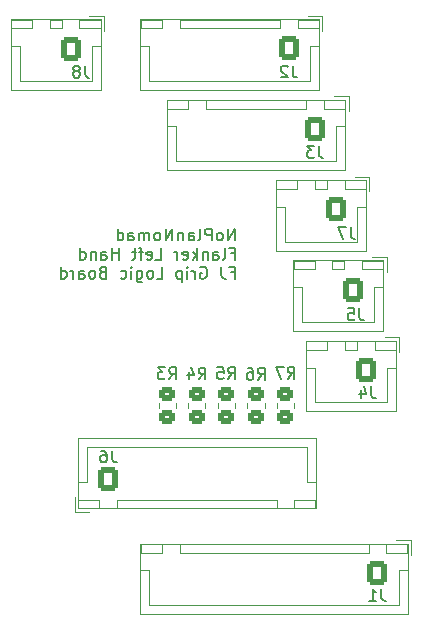
<source format=gbo>
%TF.GenerationSoftware,KiCad,Pcbnew,7.0.6*%
%TF.CreationDate,2023-07-13T14:44:05+02:00*%
%TF.ProjectId,LH_GripLogicBoard_FreeJoy,4c485f47-7269-4704-9c6f-676963426f61,rev?*%
%TF.SameCoordinates,Original*%
%TF.FileFunction,Legend,Bot*%
%TF.FilePolarity,Positive*%
%FSLAX46Y46*%
G04 Gerber Fmt 4.6, Leading zero omitted, Abs format (unit mm)*
G04 Created by KiCad (PCBNEW 7.0.6) date 2023-07-13 14:44:05*
%MOMM*%
%LPD*%
G01*
G04 APERTURE LIST*
G04 Aperture macros list*
%AMRoundRect*
0 Rectangle with rounded corners*
0 $1 Rounding radius*
0 $2 $3 $4 $5 $6 $7 $8 $9 X,Y pos of 4 corners*
0 Add a 4 corners polygon primitive as box body*
4,1,4,$2,$3,$4,$5,$6,$7,$8,$9,$2,$3,0*
0 Add four circle primitives for the rounded corners*
1,1,$1+$1,$2,$3*
1,1,$1+$1,$4,$5*
1,1,$1+$1,$6,$7*
1,1,$1+$1,$8,$9*
0 Add four rect primitives between the rounded corners*
20,1,$1+$1,$2,$3,$4,$5,0*
20,1,$1+$1,$4,$5,$6,$7,0*
20,1,$1+$1,$6,$7,$8,$9,0*
20,1,$1+$1,$8,$9,$2,$3,0*%
G04 Aperture macros list end*
%ADD10C,0.150000*%
%ADD11C,0.120000*%
%ADD12C,2.200000*%
%ADD13RoundRect,0.250000X-0.600000X-0.725000X0.600000X-0.725000X0.600000X0.725000X-0.600000X0.725000X0*%
%ADD14O,1.700000X1.950000*%
%ADD15RoundRect,0.250000X0.450000X-0.350000X0.450000X0.350000X-0.450000X0.350000X-0.450000X-0.350000X0*%
%ADD16RoundRect,0.250000X0.600000X0.725000X-0.600000X0.725000X-0.600000X-0.725000X0.600000X-0.725000X0*%
%ADD17RoundRect,0.250000X0.600000X0.750000X-0.600000X0.750000X-0.600000X-0.750000X0.600000X-0.750000X0*%
%ADD18O,1.700000X2.000000*%
G04 APERTURE END LIST*
D10*
X44603220Y-35289819D02*
X44603220Y-34289819D01*
X44603220Y-34289819D02*
X44031792Y-35289819D01*
X44031792Y-35289819D02*
X44031792Y-34289819D01*
X43412744Y-35289819D02*
X43507982Y-35242200D01*
X43507982Y-35242200D02*
X43555601Y-35194580D01*
X43555601Y-35194580D02*
X43603220Y-35099342D01*
X43603220Y-35099342D02*
X43603220Y-34813628D01*
X43603220Y-34813628D02*
X43555601Y-34718390D01*
X43555601Y-34718390D02*
X43507982Y-34670771D01*
X43507982Y-34670771D02*
X43412744Y-34623152D01*
X43412744Y-34623152D02*
X43269887Y-34623152D01*
X43269887Y-34623152D02*
X43174649Y-34670771D01*
X43174649Y-34670771D02*
X43127030Y-34718390D01*
X43127030Y-34718390D02*
X43079411Y-34813628D01*
X43079411Y-34813628D02*
X43079411Y-35099342D01*
X43079411Y-35099342D02*
X43127030Y-35194580D01*
X43127030Y-35194580D02*
X43174649Y-35242200D01*
X43174649Y-35242200D02*
X43269887Y-35289819D01*
X43269887Y-35289819D02*
X43412744Y-35289819D01*
X42650839Y-35289819D02*
X42650839Y-34289819D01*
X42650839Y-34289819D02*
X42269887Y-34289819D01*
X42269887Y-34289819D02*
X42174649Y-34337438D01*
X42174649Y-34337438D02*
X42127030Y-34385057D01*
X42127030Y-34385057D02*
X42079411Y-34480295D01*
X42079411Y-34480295D02*
X42079411Y-34623152D01*
X42079411Y-34623152D02*
X42127030Y-34718390D01*
X42127030Y-34718390D02*
X42174649Y-34766009D01*
X42174649Y-34766009D02*
X42269887Y-34813628D01*
X42269887Y-34813628D02*
X42650839Y-34813628D01*
X41507982Y-35289819D02*
X41603220Y-35242200D01*
X41603220Y-35242200D02*
X41650839Y-35146961D01*
X41650839Y-35146961D02*
X41650839Y-34289819D01*
X40698458Y-35289819D02*
X40698458Y-34766009D01*
X40698458Y-34766009D02*
X40746077Y-34670771D01*
X40746077Y-34670771D02*
X40841315Y-34623152D01*
X40841315Y-34623152D02*
X41031791Y-34623152D01*
X41031791Y-34623152D02*
X41127029Y-34670771D01*
X40698458Y-35242200D02*
X40793696Y-35289819D01*
X40793696Y-35289819D02*
X41031791Y-35289819D01*
X41031791Y-35289819D02*
X41127029Y-35242200D01*
X41127029Y-35242200D02*
X41174648Y-35146961D01*
X41174648Y-35146961D02*
X41174648Y-35051723D01*
X41174648Y-35051723D02*
X41127029Y-34956485D01*
X41127029Y-34956485D02*
X41031791Y-34908866D01*
X41031791Y-34908866D02*
X40793696Y-34908866D01*
X40793696Y-34908866D02*
X40698458Y-34861247D01*
X40222267Y-34623152D02*
X40222267Y-35289819D01*
X40222267Y-34718390D02*
X40174648Y-34670771D01*
X40174648Y-34670771D02*
X40079410Y-34623152D01*
X40079410Y-34623152D02*
X39936553Y-34623152D01*
X39936553Y-34623152D02*
X39841315Y-34670771D01*
X39841315Y-34670771D02*
X39793696Y-34766009D01*
X39793696Y-34766009D02*
X39793696Y-35289819D01*
X39317505Y-35289819D02*
X39317505Y-34289819D01*
X39317505Y-34289819D02*
X38746077Y-35289819D01*
X38746077Y-35289819D02*
X38746077Y-34289819D01*
X38127029Y-35289819D02*
X38222267Y-35242200D01*
X38222267Y-35242200D02*
X38269886Y-35194580D01*
X38269886Y-35194580D02*
X38317505Y-35099342D01*
X38317505Y-35099342D02*
X38317505Y-34813628D01*
X38317505Y-34813628D02*
X38269886Y-34718390D01*
X38269886Y-34718390D02*
X38222267Y-34670771D01*
X38222267Y-34670771D02*
X38127029Y-34623152D01*
X38127029Y-34623152D02*
X37984172Y-34623152D01*
X37984172Y-34623152D02*
X37888934Y-34670771D01*
X37888934Y-34670771D02*
X37841315Y-34718390D01*
X37841315Y-34718390D02*
X37793696Y-34813628D01*
X37793696Y-34813628D02*
X37793696Y-35099342D01*
X37793696Y-35099342D02*
X37841315Y-35194580D01*
X37841315Y-35194580D02*
X37888934Y-35242200D01*
X37888934Y-35242200D02*
X37984172Y-35289819D01*
X37984172Y-35289819D02*
X38127029Y-35289819D01*
X37365124Y-35289819D02*
X37365124Y-34623152D01*
X37365124Y-34718390D02*
X37317505Y-34670771D01*
X37317505Y-34670771D02*
X37222267Y-34623152D01*
X37222267Y-34623152D02*
X37079410Y-34623152D01*
X37079410Y-34623152D02*
X36984172Y-34670771D01*
X36984172Y-34670771D02*
X36936553Y-34766009D01*
X36936553Y-34766009D02*
X36936553Y-35289819D01*
X36936553Y-34766009D02*
X36888934Y-34670771D01*
X36888934Y-34670771D02*
X36793696Y-34623152D01*
X36793696Y-34623152D02*
X36650839Y-34623152D01*
X36650839Y-34623152D02*
X36555600Y-34670771D01*
X36555600Y-34670771D02*
X36507981Y-34766009D01*
X36507981Y-34766009D02*
X36507981Y-35289819D01*
X35603220Y-35289819D02*
X35603220Y-34766009D01*
X35603220Y-34766009D02*
X35650839Y-34670771D01*
X35650839Y-34670771D02*
X35746077Y-34623152D01*
X35746077Y-34623152D02*
X35936553Y-34623152D01*
X35936553Y-34623152D02*
X36031791Y-34670771D01*
X35603220Y-35242200D02*
X35698458Y-35289819D01*
X35698458Y-35289819D02*
X35936553Y-35289819D01*
X35936553Y-35289819D02*
X36031791Y-35242200D01*
X36031791Y-35242200D02*
X36079410Y-35146961D01*
X36079410Y-35146961D02*
X36079410Y-35051723D01*
X36079410Y-35051723D02*
X36031791Y-34956485D01*
X36031791Y-34956485D02*
X35936553Y-34908866D01*
X35936553Y-34908866D02*
X35698458Y-34908866D01*
X35698458Y-34908866D02*
X35603220Y-34861247D01*
X34698458Y-35289819D02*
X34698458Y-34289819D01*
X34698458Y-35242200D02*
X34793696Y-35289819D01*
X34793696Y-35289819D02*
X34984172Y-35289819D01*
X34984172Y-35289819D02*
X35079410Y-35242200D01*
X35079410Y-35242200D02*
X35127029Y-35194580D01*
X35127029Y-35194580D02*
X35174648Y-35099342D01*
X35174648Y-35099342D02*
X35174648Y-34813628D01*
X35174648Y-34813628D02*
X35127029Y-34718390D01*
X35127029Y-34718390D02*
X35079410Y-34670771D01*
X35079410Y-34670771D02*
X34984172Y-34623152D01*
X34984172Y-34623152D02*
X34793696Y-34623152D01*
X34793696Y-34623152D02*
X34698458Y-34670771D01*
X44269887Y-36376009D02*
X44603220Y-36376009D01*
X44603220Y-36899819D02*
X44603220Y-35899819D01*
X44603220Y-35899819D02*
X44127030Y-35899819D01*
X43603220Y-36899819D02*
X43698458Y-36852200D01*
X43698458Y-36852200D02*
X43746077Y-36756961D01*
X43746077Y-36756961D02*
X43746077Y-35899819D01*
X42793696Y-36899819D02*
X42793696Y-36376009D01*
X42793696Y-36376009D02*
X42841315Y-36280771D01*
X42841315Y-36280771D02*
X42936553Y-36233152D01*
X42936553Y-36233152D02*
X43127029Y-36233152D01*
X43127029Y-36233152D02*
X43222267Y-36280771D01*
X42793696Y-36852200D02*
X42888934Y-36899819D01*
X42888934Y-36899819D02*
X43127029Y-36899819D01*
X43127029Y-36899819D02*
X43222267Y-36852200D01*
X43222267Y-36852200D02*
X43269886Y-36756961D01*
X43269886Y-36756961D02*
X43269886Y-36661723D01*
X43269886Y-36661723D02*
X43222267Y-36566485D01*
X43222267Y-36566485D02*
X43127029Y-36518866D01*
X43127029Y-36518866D02*
X42888934Y-36518866D01*
X42888934Y-36518866D02*
X42793696Y-36471247D01*
X42317505Y-36233152D02*
X42317505Y-36899819D01*
X42317505Y-36328390D02*
X42269886Y-36280771D01*
X42269886Y-36280771D02*
X42174648Y-36233152D01*
X42174648Y-36233152D02*
X42031791Y-36233152D01*
X42031791Y-36233152D02*
X41936553Y-36280771D01*
X41936553Y-36280771D02*
X41888934Y-36376009D01*
X41888934Y-36376009D02*
X41888934Y-36899819D01*
X41412743Y-36899819D02*
X41412743Y-35899819D01*
X41317505Y-36518866D02*
X41031791Y-36899819D01*
X41031791Y-36233152D02*
X41412743Y-36614104D01*
X40222267Y-36852200D02*
X40317505Y-36899819D01*
X40317505Y-36899819D02*
X40507981Y-36899819D01*
X40507981Y-36899819D02*
X40603219Y-36852200D01*
X40603219Y-36852200D02*
X40650838Y-36756961D01*
X40650838Y-36756961D02*
X40650838Y-36376009D01*
X40650838Y-36376009D02*
X40603219Y-36280771D01*
X40603219Y-36280771D02*
X40507981Y-36233152D01*
X40507981Y-36233152D02*
X40317505Y-36233152D01*
X40317505Y-36233152D02*
X40222267Y-36280771D01*
X40222267Y-36280771D02*
X40174648Y-36376009D01*
X40174648Y-36376009D02*
X40174648Y-36471247D01*
X40174648Y-36471247D02*
X40650838Y-36566485D01*
X39746076Y-36899819D02*
X39746076Y-36233152D01*
X39746076Y-36423628D02*
X39698457Y-36328390D01*
X39698457Y-36328390D02*
X39650838Y-36280771D01*
X39650838Y-36280771D02*
X39555600Y-36233152D01*
X39555600Y-36233152D02*
X39460362Y-36233152D01*
X37888933Y-36899819D02*
X38365123Y-36899819D01*
X38365123Y-36899819D02*
X38365123Y-35899819D01*
X37174647Y-36852200D02*
X37269885Y-36899819D01*
X37269885Y-36899819D02*
X37460361Y-36899819D01*
X37460361Y-36899819D02*
X37555599Y-36852200D01*
X37555599Y-36852200D02*
X37603218Y-36756961D01*
X37603218Y-36756961D02*
X37603218Y-36376009D01*
X37603218Y-36376009D02*
X37555599Y-36280771D01*
X37555599Y-36280771D02*
X37460361Y-36233152D01*
X37460361Y-36233152D02*
X37269885Y-36233152D01*
X37269885Y-36233152D02*
X37174647Y-36280771D01*
X37174647Y-36280771D02*
X37127028Y-36376009D01*
X37127028Y-36376009D02*
X37127028Y-36471247D01*
X37127028Y-36471247D02*
X37603218Y-36566485D01*
X36841313Y-36233152D02*
X36460361Y-36233152D01*
X36698456Y-36899819D02*
X36698456Y-36042676D01*
X36698456Y-36042676D02*
X36650837Y-35947438D01*
X36650837Y-35947438D02*
X36555599Y-35899819D01*
X36555599Y-35899819D02*
X36460361Y-35899819D01*
X36269884Y-36233152D02*
X35888932Y-36233152D01*
X36127027Y-35899819D02*
X36127027Y-36756961D01*
X36127027Y-36756961D02*
X36079408Y-36852200D01*
X36079408Y-36852200D02*
X35984170Y-36899819D01*
X35984170Y-36899819D02*
X35888932Y-36899819D01*
X34793693Y-36899819D02*
X34793693Y-35899819D01*
X34793693Y-36376009D02*
X34222265Y-36376009D01*
X34222265Y-36899819D02*
X34222265Y-35899819D01*
X33317503Y-36899819D02*
X33317503Y-36376009D01*
X33317503Y-36376009D02*
X33365122Y-36280771D01*
X33365122Y-36280771D02*
X33460360Y-36233152D01*
X33460360Y-36233152D02*
X33650836Y-36233152D01*
X33650836Y-36233152D02*
X33746074Y-36280771D01*
X33317503Y-36852200D02*
X33412741Y-36899819D01*
X33412741Y-36899819D02*
X33650836Y-36899819D01*
X33650836Y-36899819D02*
X33746074Y-36852200D01*
X33746074Y-36852200D02*
X33793693Y-36756961D01*
X33793693Y-36756961D02*
X33793693Y-36661723D01*
X33793693Y-36661723D02*
X33746074Y-36566485D01*
X33746074Y-36566485D02*
X33650836Y-36518866D01*
X33650836Y-36518866D02*
X33412741Y-36518866D01*
X33412741Y-36518866D02*
X33317503Y-36471247D01*
X32841312Y-36233152D02*
X32841312Y-36899819D01*
X32841312Y-36328390D02*
X32793693Y-36280771D01*
X32793693Y-36280771D02*
X32698455Y-36233152D01*
X32698455Y-36233152D02*
X32555598Y-36233152D01*
X32555598Y-36233152D02*
X32460360Y-36280771D01*
X32460360Y-36280771D02*
X32412741Y-36376009D01*
X32412741Y-36376009D02*
X32412741Y-36899819D01*
X31507979Y-36899819D02*
X31507979Y-35899819D01*
X31507979Y-36852200D02*
X31603217Y-36899819D01*
X31603217Y-36899819D02*
X31793693Y-36899819D01*
X31793693Y-36899819D02*
X31888931Y-36852200D01*
X31888931Y-36852200D02*
X31936550Y-36804580D01*
X31936550Y-36804580D02*
X31984169Y-36709342D01*
X31984169Y-36709342D02*
X31984169Y-36423628D01*
X31984169Y-36423628D02*
X31936550Y-36328390D01*
X31936550Y-36328390D02*
X31888931Y-36280771D01*
X31888931Y-36280771D02*
X31793693Y-36233152D01*
X31793693Y-36233152D02*
X31603217Y-36233152D01*
X31603217Y-36233152D02*
X31507979Y-36280771D01*
X44269887Y-37986009D02*
X44603220Y-37986009D01*
X44603220Y-38509819D02*
X44603220Y-37509819D01*
X44603220Y-37509819D02*
X44127030Y-37509819D01*
X43460363Y-37509819D02*
X43460363Y-38224104D01*
X43460363Y-38224104D02*
X43507982Y-38366961D01*
X43507982Y-38366961D02*
X43603220Y-38462200D01*
X43603220Y-38462200D02*
X43746077Y-38509819D01*
X43746077Y-38509819D02*
X43841315Y-38509819D01*
X41698458Y-37557438D02*
X41793696Y-37509819D01*
X41793696Y-37509819D02*
X41936553Y-37509819D01*
X41936553Y-37509819D02*
X42079410Y-37557438D01*
X42079410Y-37557438D02*
X42174648Y-37652676D01*
X42174648Y-37652676D02*
X42222267Y-37747914D01*
X42222267Y-37747914D02*
X42269886Y-37938390D01*
X42269886Y-37938390D02*
X42269886Y-38081247D01*
X42269886Y-38081247D02*
X42222267Y-38271723D01*
X42222267Y-38271723D02*
X42174648Y-38366961D01*
X42174648Y-38366961D02*
X42079410Y-38462200D01*
X42079410Y-38462200D02*
X41936553Y-38509819D01*
X41936553Y-38509819D02*
X41841315Y-38509819D01*
X41841315Y-38509819D02*
X41698458Y-38462200D01*
X41698458Y-38462200D02*
X41650839Y-38414580D01*
X41650839Y-38414580D02*
X41650839Y-38081247D01*
X41650839Y-38081247D02*
X41841315Y-38081247D01*
X41222267Y-38509819D02*
X41222267Y-37843152D01*
X41222267Y-38033628D02*
X41174648Y-37938390D01*
X41174648Y-37938390D02*
X41127029Y-37890771D01*
X41127029Y-37890771D02*
X41031791Y-37843152D01*
X41031791Y-37843152D02*
X40936553Y-37843152D01*
X40603219Y-38509819D02*
X40603219Y-37843152D01*
X40603219Y-37509819D02*
X40650838Y-37557438D01*
X40650838Y-37557438D02*
X40603219Y-37605057D01*
X40603219Y-37605057D02*
X40555600Y-37557438D01*
X40555600Y-37557438D02*
X40603219Y-37509819D01*
X40603219Y-37509819D02*
X40603219Y-37605057D01*
X40127029Y-37843152D02*
X40127029Y-38843152D01*
X40127029Y-37890771D02*
X40031791Y-37843152D01*
X40031791Y-37843152D02*
X39841315Y-37843152D01*
X39841315Y-37843152D02*
X39746077Y-37890771D01*
X39746077Y-37890771D02*
X39698458Y-37938390D01*
X39698458Y-37938390D02*
X39650839Y-38033628D01*
X39650839Y-38033628D02*
X39650839Y-38319342D01*
X39650839Y-38319342D02*
X39698458Y-38414580D01*
X39698458Y-38414580D02*
X39746077Y-38462200D01*
X39746077Y-38462200D02*
X39841315Y-38509819D01*
X39841315Y-38509819D02*
X40031791Y-38509819D01*
X40031791Y-38509819D02*
X40127029Y-38462200D01*
X37984172Y-38509819D02*
X38460362Y-38509819D01*
X38460362Y-38509819D02*
X38460362Y-37509819D01*
X37507981Y-38509819D02*
X37603219Y-38462200D01*
X37603219Y-38462200D02*
X37650838Y-38414580D01*
X37650838Y-38414580D02*
X37698457Y-38319342D01*
X37698457Y-38319342D02*
X37698457Y-38033628D01*
X37698457Y-38033628D02*
X37650838Y-37938390D01*
X37650838Y-37938390D02*
X37603219Y-37890771D01*
X37603219Y-37890771D02*
X37507981Y-37843152D01*
X37507981Y-37843152D02*
X37365124Y-37843152D01*
X37365124Y-37843152D02*
X37269886Y-37890771D01*
X37269886Y-37890771D02*
X37222267Y-37938390D01*
X37222267Y-37938390D02*
X37174648Y-38033628D01*
X37174648Y-38033628D02*
X37174648Y-38319342D01*
X37174648Y-38319342D02*
X37222267Y-38414580D01*
X37222267Y-38414580D02*
X37269886Y-38462200D01*
X37269886Y-38462200D02*
X37365124Y-38509819D01*
X37365124Y-38509819D02*
X37507981Y-38509819D01*
X36317505Y-37843152D02*
X36317505Y-38652676D01*
X36317505Y-38652676D02*
X36365124Y-38747914D01*
X36365124Y-38747914D02*
X36412743Y-38795533D01*
X36412743Y-38795533D02*
X36507981Y-38843152D01*
X36507981Y-38843152D02*
X36650838Y-38843152D01*
X36650838Y-38843152D02*
X36746076Y-38795533D01*
X36317505Y-38462200D02*
X36412743Y-38509819D01*
X36412743Y-38509819D02*
X36603219Y-38509819D01*
X36603219Y-38509819D02*
X36698457Y-38462200D01*
X36698457Y-38462200D02*
X36746076Y-38414580D01*
X36746076Y-38414580D02*
X36793695Y-38319342D01*
X36793695Y-38319342D02*
X36793695Y-38033628D01*
X36793695Y-38033628D02*
X36746076Y-37938390D01*
X36746076Y-37938390D02*
X36698457Y-37890771D01*
X36698457Y-37890771D02*
X36603219Y-37843152D01*
X36603219Y-37843152D02*
X36412743Y-37843152D01*
X36412743Y-37843152D02*
X36317505Y-37890771D01*
X35841314Y-38509819D02*
X35841314Y-37843152D01*
X35841314Y-37509819D02*
X35888933Y-37557438D01*
X35888933Y-37557438D02*
X35841314Y-37605057D01*
X35841314Y-37605057D02*
X35793695Y-37557438D01*
X35793695Y-37557438D02*
X35841314Y-37509819D01*
X35841314Y-37509819D02*
X35841314Y-37605057D01*
X34936553Y-38462200D02*
X35031791Y-38509819D01*
X35031791Y-38509819D02*
X35222267Y-38509819D01*
X35222267Y-38509819D02*
X35317505Y-38462200D01*
X35317505Y-38462200D02*
X35365124Y-38414580D01*
X35365124Y-38414580D02*
X35412743Y-38319342D01*
X35412743Y-38319342D02*
X35412743Y-38033628D01*
X35412743Y-38033628D02*
X35365124Y-37938390D01*
X35365124Y-37938390D02*
X35317505Y-37890771D01*
X35317505Y-37890771D02*
X35222267Y-37843152D01*
X35222267Y-37843152D02*
X35031791Y-37843152D01*
X35031791Y-37843152D02*
X34936553Y-37890771D01*
X33412743Y-37986009D02*
X33269886Y-38033628D01*
X33269886Y-38033628D02*
X33222267Y-38081247D01*
X33222267Y-38081247D02*
X33174648Y-38176485D01*
X33174648Y-38176485D02*
X33174648Y-38319342D01*
X33174648Y-38319342D02*
X33222267Y-38414580D01*
X33222267Y-38414580D02*
X33269886Y-38462200D01*
X33269886Y-38462200D02*
X33365124Y-38509819D01*
X33365124Y-38509819D02*
X33746076Y-38509819D01*
X33746076Y-38509819D02*
X33746076Y-37509819D01*
X33746076Y-37509819D02*
X33412743Y-37509819D01*
X33412743Y-37509819D02*
X33317505Y-37557438D01*
X33317505Y-37557438D02*
X33269886Y-37605057D01*
X33269886Y-37605057D02*
X33222267Y-37700295D01*
X33222267Y-37700295D02*
X33222267Y-37795533D01*
X33222267Y-37795533D02*
X33269886Y-37890771D01*
X33269886Y-37890771D02*
X33317505Y-37938390D01*
X33317505Y-37938390D02*
X33412743Y-37986009D01*
X33412743Y-37986009D02*
X33746076Y-37986009D01*
X32603219Y-38509819D02*
X32698457Y-38462200D01*
X32698457Y-38462200D02*
X32746076Y-38414580D01*
X32746076Y-38414580D02*
X32793695Y-38319342D01*
X32793695Y-38319342D02*
X32793695Y-38033628D01*
X32793695Y-38033628D02*
X32746076Y-37938390D01*
X32746076Y-37938390D02*
X32698457Y-37890771D01*
X32698457Y-37890771D02*
X32603219Y-37843152D01*
X32603219Y-37843152D02*
X32460362Y-37843152D01*
X32460362Y-37843152D02*
X32365124Y-37890771D01*
X32365124Y-37890771D02*
X32317505Y-37938390D01*
X32317505Y-37938390D02*
X32269886Y-38033628D01*
X32269886Y-38033628D02*
X32269886Y-38319342D01*
X32269886Y-38319342D02*
X32317505Y-38414580D01*
X32317505Y-38414580D02*
X32365124Y-38462200D01*
X32365124Y-38462200D02*
X32460362Y-38509819D01*
X32460362Y-38509819D02*
X32603219Y-38509819D01*
X31412743Y-38509819D02*
X31412743Y-37986009D01*
X31412743Y-37986009D02*
X31460362Y-37890771D01*
X31460362Y-37890771D02*
X31555600Y-37843152D01*
X31555600Y-37843152D02*
X31746076Y-37843152D01*
X31746076Y-37843152D02*
X31841314Y-37890771D01*
X31412743Y-38462200D02*
X31507981Y-38509819D01*
X31507981Y-38509819D02*
X31746076Y-38509819D01*
X31746076Y-38509819D02*
X31841314Y-38462200D01*
X31841314Y-38462200D02*
X31888933Y-38366961D01*
X31888933Y-38366961D02*
X31888933Y-38271723D01*
X31888933Y-38271723D02*
X31841314Y-38176485D01*
X31841314Y-38176485D02*
X31746076Y-38128866D01*
X31746076Y-38128866D02*
X31507981Y-38128866D01*
X31507981Y-38128866D02*
X31412743Y-38081247D01*
X30936552Y-38509819D02*
X30936552Y-37843152D01*
X30936552Y-38033628D02*
X30888933Y-37938390D01*
X30888933Y-37938390D02*
X30841314Y-37890771D01*
X30841314Y-37890771D02*
X30746076Y-37843152D01*
X30746076Y-37843152D02*
X30650838Y-37843152D01*
X29888933Y-38509819D02*
X29888933Y-37509819D01*
X29888933Y-38462200D02*
X29984171Y-38509819D01*
X29984171Y-38509819D02*
X30174647Y-38509819D01*
X30174647Y-38509819D02*
X30269885Y-38462200D01*
X30269885Y-38462200D02*
X30317504Y-38414580D01*
X30317504Y-38414580D02*
X30365123Y-38319342D01*
X30365123Y-38319342D02*
X30365123Y-38033628D01*
X30365123Y-38033628D02*
X30317504Y-37938390D01*
X30317504Y-37938390D02*
X30269885Y-37890771D01*
X30269885Y-37890771D02*
X30174647Y-37843152D01*
X30174647Y-37843152D02*
X29984171Y-37843152D01*
X29984171Y-37843152D02*
X29888933Y-37890771D01*
X34213333Y-53084819D02*
X34213333Y-53799104D01*
X34213333Y-53799104D02*
X34260952Y-53941961D01*
X34260952Y-53941961D02*
X34356190Y-54037200D01*
X34356190Y-54037200D02*
X34499047Y-54084819D01*
X34499047Y-54084819D02*
X34594285Y-54084819D01*
X33308571Y-53084819D02*
X33499047Y-53084819D01*
X33499047Y-53084819D02*
X33594285Y-53132438D01*
X33594285Y-53132438D02*
X33641904Y-53180057D01*
X33641904Y-53180057D02*
X33737142Y-53322914D01*
X33737142Y-53322914D02*
X33784761Y-53513390D01*
X33784761Y-53513390D02*
X33784761Y-53894342D01*
X33784761Y-53894342D02*
X33737142Y-53989580D01*
X33737142Y-53989580D02*
X33689523Y-54037200D01*
X33689523Y-54037200D02*
X33594285Y-54084819D01*
X33594285Y-54084819D02*
X33403809Y-54084819D01*
X33403809Y-54084819D02*
X33308571Y-54037200D01*
X33308571Y-54037200D02*
X33260952Y-53989580D01*
X33260952Y-53989580D02*
X33213333Y-53894342D01*
X33213333Y-53894342D02*
X33213333Y-53656247D01*
X33213333Y-53656247D02*
X33260952Y-53561009D01*
X33260952Y-53561009D02*
X33308571Y-53513390D01*
X33308571Y-53513390D02*
X33403809Y-53465771D01*
X33403809Y-53465771D02*
X33594285Y-53465771D01*
X33594285Y-53465771D02*
X33689523Y-53513390D01*
X33689523Y-53513390D02*
X33737142Y-53561009D01*
X33737142Y-53561009D02*
X33784761Y-53656247D01*
X49076666Y-46989819D02*
X49409999Y-46513628D01*
X49648094Y-46989819D02*
X49648094Y-45989819D01*
X49648094Y-45989819D02*
X49267142Y-45989819D01*
X49267142Y-45989819D02*
X49171904Y-46037438D01*
X49171904Y-46037438D02*
X49124285Y-46085057D01*
X49124285Y-46085057D02*
X49076666Y-46180295D01*
X49076666Y-46180295D02*
X49076666Y-46323152D01*
X49076666Y-46323152D02*
X49124285Y-46418390D01*
X49124285Y-46418390D02*
X49171904Y-46466009D01*
X49171904Y-46466009D02*
X49267142Y-46513628D01*
X49267142Y-46513628D02*
X49648094Y-46513628D01*
X48743332Y-45989819D02*
X48076666Y-45989819D01*
X48076666Y-45989819D02*
X48505237Y-46989819D01*
X51723333Y-27284819D02*
X51723333Y-27999104D01*
X51723333Y-27999104D02*
X51770952Y-28141961D01*
X51770952Y-28141961D02*
X51866190Y-28237200D01*
X51866190Y-28237200D02*
X52009047Y-28284819D01*
X52009047Y-28284819D02*
X52104285Y-28284819D01*
X51342380Y-27284819D02*
X50723333Y-27284819D01*
X50723333Y-27284819D02*
X51056666Y-27665771D01*
X51056666Y-27665771D02*
X50913809Y-27665771D01*
X50913809Y-27665771D02*
X50818571Y-27713390D01*
X50818571Y-27713390D02*
X50770952Y-27761009D01*
X50770952Y-27761009D02*
X50723333Y-27856247D01*
X50723333Y-27856247D02*
X50723333Y-28094342D01*
X50723333Y-28094342D02*
X50770952Y-28189580D01*
X50770952Y-28189580D02*
X50818571Y-28237200D01*
X50818571Y-28237200D02*
X50913809Y-28284819D01*
X50913809Y-28284819D02*
X51199523Y-28284819D01*
X51199523Y-28284819D02*
X51294761Y-28237200D01*
X51294761Y-28237200D02*
X51342380Y-28189580D01*
X39036666Y-47029819D02*
X39369999Y-46553628D01*
X39608094Y-47029819D02*
X39608094Y-46029819D01*
X39608094Y-46029819D02*
X39227142Y-46029819D01*
X39227142Y-46029819D02*
X39131904Y-46077438D01*
X39131904Y-46077438D02*
X39084285Y-46125057D01*
X39084285Y-46125057D02*
X39036666Y-46220295D01*
X39036666Y-46220295D02*
X39036666Y-46363152D01*
X39036666Y-46363152D02*
X39084285Y-46458390D01*
X39084285Y-46458390D02*
X39131904Y-46506009D01*
X39131904Y-46506009D02*
X39227142Y-46553628D01*
X39227142Y-46553628D02*
X39608094Y-46553628D01*
X38703332Y-46029819D02*
X38084285Y-46029819D01*
X38084285Y-46029819D02*
X38417618Y-46410771D01*
X38417618Y-46410771D02*
X38274761Y-46410771D01*
X38274761Y-46410771D02*
X38179523Y-46458390D01*
X38179523Y-46458390D02*
X38131904Y-46506009D01*
X38131904Y-46506009D02*
X38084285Y-46601247D01*
X38084285Y-46601247D02*
X38084285Y-46839342D01*
X38084285Y-46839342D02*
X38131904Y-46934580D01*
X38131904Y-46934580D02*
X38179523Y-46982200D01*
X38179523Y-46982200D02*
X38274761Y-47029819D01*
X38274761Y-47029819D02*
X38560475Y-47029819D01*
X38560475Y-47029819D02*
X38655713Y-46982200D01*
X38655713Y-46982200D02*
X38703332Y-46934580D01*
X41556666Y-47049819D02*
X41889999Y-46573628D01*
X42128094Y-47049819D02*
X42128094Y-46049819D01*
X42128094Y-46049819D02*
X41747142Y-46049819D01*
X41747142Y-46049819D02*
X41651904Y-46097438D01*
X41651904Y-46097438D02*
X41604285Y-46145057D01*
X41604285Y-46145057D02*
X41556666Y-46240295D01*
X41556666Y-46240295D02*
X41556666Y-46383152D01*
X41556666Y-46383152D02*
X41604285Y-46478390D01*
X41604285Y-46478390D02*
X41651904Y-46526009D01*
X41651904Y-46526009D02*
X41747142Y-46573628D01*
X41747142Y-46573628D02*
X42128094Y-46573628D01*
X40699523Y-46383152D02*
X40699523Y-47049819D01*
X40937618Y-46002200D02*
X41175713Y-46716485D01*
X41175713Y-46716485D02*
X40556666Y-46716485D01*
X57013333Y-64802819D02*
X57013333Y-65517104D01*
X57013333Y-65517104D02*
X57060952Y-65659961D01*
X57060952Y-65659961D02*
X57156190Y-65755200D01*
X57156190Y-65755200D02*
X57299047Y-65802819D01*
X57299047Y-65802819D02*
X57394285Y-65802819D01*
X56013333Y-65802819D02*
X56584761Y-65802819D01*
X56299047Y-65802819D02*
X56299047Y-64802819D01*
X56299047Y-64802819D02*
X56394285Y-64945676D01*
X56394285Y-64945676D02*
X56489523Y-65040914D01*
X56489523Y-65040914D02*
X56584761Y-65088533D01*
X49513333Y-20484819D02*
X49513333Y-21199104D01*
X49513333Y-21199104D02*
X49560952Y-21341961D01*
X49560952Y-21341961D02*
X49656190Y-21437200D01*
X49656190Y-21437200D02*
X49799047Y-21484819D01*
X49799047Y-21484819D02*
X49894285Y-21484819D01*
X49084761Y-20580057D02*
X49037142Y-20532438D01*
X49037142Y-20532438D02*
X48941904Y-20484819D01*
X48941904Y-20484819D02*
X48703809Y-20484819D01*
X48703809Y-20484819D02*
X48608571Y-20532438D01*
X48608571Y-20532438D02*
X48560952Y-20580057D01*
X48560952Y-20580057D02*
X48513333Y-20675295D01*
X48513333Y-20675295D02*
X48513333Y-20770533D01*
X48513333Y-20770533D02*
X48560952Y-20913390D01*
X48560952Y-20913390D02*
X49132380Y-21484819D01*
X49132380Y-21484819D02*
X48513333Y-21484819D01*
X55163333Y-41038819D02*
X55163333Y-41753104D01*
X55163333Y-41753104D02*
X55210952Y-41895961D01*
X55210952Y-41895961D02*
X55306190Y-41991200D01*
X55306190Y-41991200D02*
X55449047Y-42038819D01*
X55449047Y-42038819D02*
X55544285Y-42038819D01*
X54210952Y-41038819D02*
X54687142Y-41038819D01*
X54687142Y-41038819D02*
X54734761Y-41515009D01*
X54734761Y-41515009D02*
X54687142Y-41467390D01*
X54687142Y-41467390D02*
X54591904Y-41419771D01*
X54591904Y-41419771D02*
X54353809Y-41419771D01*
X54353809Y-41419771D02*
X54258571Y-41467390D01*
X54258571Y-41467390D02*
X54210952Y-41515009D01*
X54210952Y-41515009D02*
X54163333Y-41610247D01*
X54163333Y-41610247D02*
X54163333Y-41848342D01*
X54163333Y-41848342D02*
X54210952Y-41943580D01*
X54210952Y-41943580D02*
X54258571Y-41991200D01*
X54258571Y-41991200D02*
X54353809Y-42038819D01*
X54353809Y-42038819D02*
X54591904Y-42038819D01*
X54591904Y-42038819D02*
X54687142Y-41991200D01*
X54687142Y-41991200D02*
X54734761Y-41943580D01*
X46556666Y-47069819D02*
X46889999Y-46593628D01*
X47128094Y-47069819D02*
X47128094Y-46069819D01*
X47128094Y-46069819D02*
X46747142Y-46069819D01*
X46747142Y-46069819D02*
X46651904Y-46117438D01*
X46651904Y-46117438D02*
X46604285Y-46165057D01*
X46604285Y-46165057D02*
X46556666Y-46260295D01*
X46556666Y-46260295D02*
X46556666Y-46403152D01*
X46556666Y-46403152D02*
X46604285Y-46498390D01*
X46604285Y-46498390D02*
X46651904Y-46546009D01*
X46651904Y-46546009D02*
X46747142Y-46593628D01*
X46747142Y-46593628D02*
X47128094Y-46593628D01*
X45699523Y-46069819D02*
X45889999Y-46069819D01*
X45889999Y-46069819D02*
X45985237Y-46117438D01*
X45985237Y-46117438D02*
X46032856Y-46165057D01*
X46032856Y-46165057D02*
X46128094Y-46307914D01*
X46128094Y-46307914D02*
X46175713Y-46498390D01*
X46175713Y-46498390D02*
X46175713Y-46879342D01*
X46175713Y-46879342D02*
X46128094Y-46974580D01*
X46128094Y-46974580D02*
X46080475Y-47022200D01*
X46080475Y-47022200D02*
X45985237Y-47069819D01*
X45985237Y-47069819D02*
X45794761Y-47069819D01*
X45794761Y-47069819D02*
X45699523Y-47022200D01*
X45699523Y-47022200D02*
X45651904Y-46974580D01*
X45651904Y-46974580D02*
X45604285Y-46879342D01*
X45604285Y-46879342D02*
X45604285Y-46641247D01*
X45604285Y-46641247D02*
X45651904Y-46546009D01*
X45651904Y-46546009D02*
X45699523Y-46498390D01*
X45699523Y-46498390D02*
X45794761Y-46450771D01*
X45794761Y-46450771D02*
X45985237Y-46450771D01*
X45985237Y-46450771D02*
X46080475Y-46498390D01*
X46080475Y-46498390D02*
X46128094Y-46546009D01*
X46128094Y-46546009D02*
X46175713Y-46641247D01*
X54423333Y-34144819D02*
X54423333Y-34859104D01*
X54423333Y-34859104D02*
X54470952Y-35001961D01*
X54470952Y-35001961D02*
X54566190Y-35097200D01*
X54566190Y-35097200D02*
X54709047Y-35144819D01*
X54709047Y-35144819D02*
X54804285Y-35144819D01*
X54042380Y-34144819D02*
X53375714Y-34144819D01*
X53375714Y-34144819D02*
X53804285Y-35144819D01*
X31923333Y-20494819D02*
X31923333Y-21209104D01*
X31923333Y-21209104D02*
X31970952Y-21351961D01*
X31970952Y-21351961D02*
X32066190Y-21447200D01*
X32066190Y-21447200D02*
X32209047Y-21494819D01*
X32209047Y-21494819D02*
X32304285Y-21494819D01*
X31304285Y-20923390D02*
X31399523Y-20875771D01*
X31399523Y-20875771D02*
X31447142Y-20828152D01*
X31447142Y-20828152D02*
X31494761Y-20732914D01*
X31494761Y-20732914D02*
X31494761Y-20685295D01*
X31494761Y-20685295D02*
X31447142Y-20590057D01*
X31447142Y-20590057D02*
X31399523Y-20542438D01*
X31399523Y-20542438D02*
X31304285Y-20494819D01*
X31304285Y-20494819D02*
X31113809Y-20494819D01*
X31113809Y-20494819D02*
X31018571Y-20542438D01*
X31018571Y-20542438D02*
X30970952Y-20590057D01*
X30970952Y-20590057D02*
X30923333Y-20685295D01*
X30923333Y-20685295D02*
X30923333Y-20732914D01*
X30923333Y-20732914D02*
X30970952Y-20828152D01*
X30970952Y-20828152D02*
X31018571Y-20875771D01*
X31018571Y-20875771D02*
X31113809Y-20923390D01*
X31113809Y-20923390D02*
X31304285Y-20923390D01*
X31304285Y-20923390D02*
X31399523Y-20971009D01*
X31399523Y-20971009D02*
X31447142Y-21018628D01*
X31447142Y-21018628D02*
X31494761Y-21113866D01*
X31494761Y-21113866D02*
X31494761Y-21304342D01*
X31494761Y-21304342D02*
X31447142Y-21399580D01*
X31447142Y-21399580D02*
X31399523Y-21447200D01*
X31399523Y-21447200D02*
X31304285Y-21494819D01*
X31304285Y-21494819D02*
X31113809Y-21494819D01*
X31113809Y-21494819D02*
X31018571Y-21447200D01*
X31018571Y-21447200D02*
X30970952Y-21399580D01*
X30970952Y-21399580D02*
X30923333Y-21304342D01*
X30923333Y-21304342D02*
X30923333Y-21113866D01*
X30923333Y-21113866D02*
X30970952Y-21018628D01*
X30970952Y-21018628D02*
X31018571Y-20971009D01*
X31018571Y-20971009D02*
X31113809Y-20923390D01*
X56179333Y-47642819D02*
X56179333Y-48357104D01*
X56179333Y-48357104D02*
X56226952Y-48499961D01*
X56226952Y-48499961D02*
X56322190Y-48595200D01*
X56322190Y-48595200D02*
X56465047Y-48642819D01*
X56465047Y-48642819D02*
X56560285Y-48642819D01*
X55274571Y-47976152D02*
X55274571Y-48642819D01*
X55512666Y-47595200D02*
X55750761Y-48309485D01*
X55750761Y-48309485D02*
X55131714Y-48309485D01*
X44046666Y-47019819D02*
X44379999Y-46543628D01*
X44618094Y-47019819D02*
X44618094Y-46019819D01*
X44618094Y-46019819D02*
X44237142Y-46019819D01*
X44237142Y-46019819D02*
X44141904Y-46067438D01*
X44141904Y-46067438D02*
X44094285Y-46115057D01*
X44094285Y-46115057D02*
X44046666Y-46210295D01*
X44046666Y-46210295D02*
X44046666Y-46353152D01*
X44046666Y-46353152D02*
X44094285Y-46448390D01*
X44094285Y-46448390D02*
X44141904Y-46496009D01*
X44141904Y-46496009D02*
X44237142Y-46543628D01*
X44237142Y-46543628D02*
X44618094Y-46543628D01*
X43141904Y-46019819D02*
X43618094Y-46019819D01*
X43618094Y-46019819D02*
X43665713Y-46496009D01*
X43665713Y-46496009D02*
X43618094Y-46448390D01*
X43618094Y-46448390D02*
X43522856Y-46400771D01*
X43522856Y-46400771D02*
X43284761Y-46400771D01*
X43284761Y-46400771D02*
X43189523Y-46448390D01*
X43189523Y-46448390D02*
X43141904Y-46496009D01*
X43141904Y-46496009D02*
X43094285Y-46591247D01*
X43094285Y-46591247D02*
X43094285Y-46829342D01*
X43094285Y-46829342D02*
X43141904Y-46924580D01*
X43141904Y-46924580D02*
X43189523Y-46972200D01*
X43189523Y-46972200D02*
X43284761Y-47019819D01*
X43284761Y-47019819D02*
X43522856Y-47019819D01*
X43522856Y-47019819D02*
X43618094Y-46972200D01*
X43618094Y-46972200D02*
X43665713Y-46924580D01*
D11*
X31040000Y-58270000D02*
X31040000Y-57020000D01*
X31330000Y-52010000D02*
X51450000Y-52010000D01*
X31330000Y-57980000D02*
X31330000Y-52010000D01*
X31340000Y-55720000D02*
X32090000Y-55720000D01*
X31340000Y-57220000D02*
X33140000Y-57220000D01*
X31340000Y-57970000D02*
X31340000Y-57220000D01*
X32090000Y-52770000D02*
X41390000Y-52770000D01*
X32090000Y-55720000D02*
X32090000Y-52770000D01*
X32290000Y-58270000D02*
X31040000Y-58270000D01*
X33140000Y-57220000D02*
X33140000Y-57970000D01*
X33140000Y-57970000D02*
X31340000Y-57970000D01*
X34640000Y-57220000D02*
X48140000Y-57220000D01*
X34640000Y-57970000D02*
X34640000Y-57220000D01*
X48140000Y-57220000D02*
X48140000Y-57970000D01*
X48140000Y-57970000D02*
X34640000Y-57970000D01*
X49640000Y-57220000D02*
X51440000Y-57220000D01*
X49640000Y-57970000D02*
X49640000Y-57220000D01*
X50690000Y-52770000D02*
X41390000Y-52770000D01*
X50690000Y-55720000D02*
X50690000Y-52770000D01*
X51440000Y-55720000D02*
X50690000Y-55720000D01*
X51440000Y-57220000D02*
X51440000Y-57970000D01*
X51440000Y-57970000D02*
X49640000Y-57970000D01*
X51450000Y-52010000D02*
X51450000Y-57980000D01*
X51450000Y-57980000D02*
X31330000Y-57980000D01*
X48155000Y-49487064D02*
X48155000Y-49032936D01*
X49625000Y-49487064D02*
X49625000Y-49032936D01*
X54240000Y-23080000D02*
X54240000Y-24330000D01*
X53950000Y-29340000D02*
X38830000Y-29340000D01*
X53950000Y-23370000D02*
X53950000Y-29340000D01*
X53940000Y-25630000D02*
X53190000Y-25630000D01*
X53940000Y-24130000D02*
X52140000Y-24130000D01*
X53940000Y-23380000D02*
X53940000Y-24130000D01*
X53190000Y-28580000D02*
X46390000Y-28580000D01*
X53190000Y-25630000D02*
X53190000Y-28580000D01*
X52990000Y-23080000D02*
X54240000Y-23080000D01*
X52140000Y-24130000D02*
X52140000Y-23380000D01*
X52140000Y-23380000D02*
X53940000Y-23380000D01*
X50640000Y-24130000D02*
X42140000Y-24130000D01*
X50640000Y-23380000D02*
X50640000Y-24130000D01*
X42140000Y-24130000D02*
X42140000Y-23380000D01*
X42140000Y-23380000D02*
X50640000Y-23380000D01*
X40640000Y-24130000D02*
X38840000Y-24130000D01*
X40640000Y-23380000D02*
X40640000Y-24130000D01*
X39590000Y-28580000D02*
X46390000Y-28580000D01*
X39590000Y-25630000D02*
X39590000Y-28580000D01*
X38840000Y-25630000D02*
X39590000Y-25630000D01*
X38840000Y-24130000D02*
X38840000Y-23380000D01*
X38840000Y-23380000D02*
X40640000Y-23380000D01*
X38830000Y-29340000D02*
X38830000Y-23370000D01*
X38830000Y-23370000D02*
X53950000Y-23370000D01*
X38154999Y-49487064D02*
X38154999Y-49032936D01*
X39624999Y-49487064D02*
X39624999Y-49032936D01*
X40654999Y-49487064D02*
X40654999Y-49032936D01*
X42124999Y-49487064D02*
X42124999Y-49032936D01*
X59530000Y-60678000D02*
X59530000Y-61928000D01*
X59240000Y-66938000D02*
X36620000Y-66938000D01*
X59240000Y-60968000D02*
X59240000Y-66938000D01*
X59230000Y-63228000D02*
X58480000Y-63228000D01*
X59230000Y-61728000D02*
X57430000Y-61728000D01*
X59230000Y-60978000D02*
X59230000Y-61728000D01*
X58480000Y-66178000D02*
X47930000Y-66178000D01*
X58480000Y-63228000D02*
X58480000Y-66178000D01*
X58280000Y-60678000D02*
X59530000Y-60678000D01*
X57430000Y-61728000D02*
X57430000Y-60978000D01*
X57430000Y-60978000D02*
X59230000Y-60978000D01*
X55930000Y-61728000D02*
X39930000Y-61728000D01*
X55930000Y-60978000D02*
X55930000Y-61728000D01*
X39930000Y-61728000D02*
X39930000Y-60978000D01*
X39930000Y-60978000D02*
X55930000Y-60978000D01*
X38430000Y-61728000D02*
X36630000Y-61728000D01*
X38430000Y-60978000D02*
X38430000Y-61728000D01*
X37380000Y-66178000D02*
X47930000Y-66178000D01*
X37380000Y-63228000D02*
X37380000Y-66178000D01*
X36630000Y-63228000D02*
X37380000Y-63228000D01*
X36630000Y-61728000D02*
X36630000Y-60978000D01*
X36630000Y-60978000D02*
X38430000Y-60978000D01*
X36620000Y-66938000D02*
X36620000Y-60968000D01*
X36620000Y-60968000D02*
X59240000Y-60968000D01*
X52030000Y-16280000D02*
X52030000Y-17530000D01*
X51740000Y-22540000D02*
X36620000Y-22540000D01*
X51740000Y-16570000D02*
X51740000Y-22540000D01*
X51730000Y-18830000D02*
X50980000Y-18830000D01*
X51730000Y-17330000D02*
X49930000Y-17330000D01*
X51730000Y-16580000D02*
X51730000Y-17330000D01*
X50980000Y-21780000D02*
X44180000Y-21780000D01*
X50980000Y-18830000D02*
X50980000Y-21780000D01*
X50780000Y-16280000D02*
X52030000Y-16280000D01*
X49930000Y-17330000D02*
X49930000Y-16580000D01*
X49930000Y-16580000D02*
X51730000Y-16580000D01*
X48430000Y-17330000D02*
X39930000Y-17330000D01*
X48430000Y-16580000D02*
X48430000Y-17330000D01*
X39930000Y-17330000D02*
X39930000Y-16580000D01*
X39930000Y-16580000D02*
X48430000Y-16580000D01*
X38430000Y-17330000D02*
X36630000Y-17330000D01*
X38430000Y-16580000D02*
X38430000Y-17330000D01*
X37380000Y-21780000D02*
X44180000Y-21780000D01*
X37380000Y-18830000D02*
X37380000Y-21780000D01*
X36630000Y-18830000D02*
X37380000Y-18830000D01*
X36630000Y-17330000D02*
X36630000Y-16580000D01*
X36630000Y-16580000D02*
X38430000Y-16580000D01*
X36620000Y-22540000D02*
X36620000Y-16570000D01*
X36620000Y-16570000D02*
X51740000Y-16570000D01*
X57480000Y-36690000D02*
X57480000Y-37940000D01*
X57190000Y-42950000D02*
X49570000Y-42950000D01*
X57190000Y-36980000D02*
X57190000Y-42950000D01*
X57180000Y-39240000D02*
X56430000Y-39240000D01*
X57180000Y-37740000D02*
X55380000Y-37740000D01*
X57180000Y-36990000D02*
X57180000Y-37740000D01*
X56430000Y-42190000D02*
X53380000Y-42190000D01*
X56430000Y-39240000D02*
X56430000Y-42190000D01*
X56230000Y-36690000D02*
X57480000Y-36690000D01*
X55380000Y-37740000D02*
X55380000Y-36990000D01*
X55380000Y-36990000D02*
X57180000Y-36990000D01*
X53880000Y-37740000D02*
X52880000Y-37740000D01*
X53880000Y-36990000D02*
X53880000Y-37740000D01*
X52880000Y-37740000D02*
X52880000Y-36990000D01*
X52880000Y-36990000D02*
X53880000Y-36990000D01*
X51380000Y-37740000D02*
X49580000Y-37740000D01*
X51380000Y-36990000D02*
X51380000Y-37740000D01*
X50330000Y-42190000D02*
X53380000Y-42190000D01*
X50330000Y-39240000D02*
X50330000Y-42190000D01*
X49580000Y-39240000D02*
X50330000Y-39240000D01*
X49580000Y-37740000D02*
X49580000Y-36990000D01*
X49580000Y-36990000D02*
X51380000Y-36990000D01*
X49570000Y-42950000D02*
X49570000Y-36980000D01*
X49570000Y-36980000D02*
X57190000Y-36980000D01*
X45655000Y-49487064D02*
X45655000Y-49032936D01*
X47125000Y-49487064D02*
X47125000Y-49032936D01*
X56010000Y-29890000D02*
X56010000Y-31140000D01*
X55720000Y-36150000D02*
X48100000Y-36150000D01*
X55720000Y-30180000D02*
X55720000Y-36150000D01*
X55710000Y-32440000D02*
X54960000Y-32440000D01*
X55710000Y-30940000D02*
X53910000Y-30940000D01*
X55710000Y-30190000D02*
X55710000Y-30940000D01*
X54960000Y-35390000D02*
X51910000Y-35390000D01*
X54960000Y-32440000D02*
X54960000Y-35390000D01*
X54760000Y-29890000D02*
X56010000Y-29890000D01*
X53910000Y-30940000D02*
X53910000Y-30190000D01*
X53910000Y-30190000D02*
X55710000Y-30190000D01*
X52410000Y-30940000D02*
X51410000Y-30940000D01*
X52410000Y-30190000D02*
X52410000Y-30940000D01*
X51410000Y-30940000D02*
X51410000Y-30190000D01*
X51410000Y-30190000D02*
X52410000Y-30190000D01*
X49910000Y-30940000D02*
X48110000Y-30940000D01*
X49910000Y-30190000D02*
X49910000Y-30940000D01*
X48860000Y-35390000D02*
X51910000Y-35390000D01*
X48860000Y-32440000D02*
X48860000Y-35390000D01*
X48110000Y-32440000D02*
X48860000Y-32440000D01*
X48110000Y-30940000D02*
X48110000Y-30190000D01*
X48110000Y-30190000D02*
X49910000Y-30190000D01*
X48100000Y-36150000D02*
X48100000Y-30180000D01*
X48100000Y-30180000D02*
X55720000Y-30180000D01*
X33550000Y-16285000D02*
X33550000Y-17535000D01*
X33260000Y-22545000D02*
X25640000Y-22545000D01*
X33260000Y-16575000D02*
X33260000Y-22545000D01*
X33250000Y-18835000D02*
X32500000Y-18835000D01*
X33250000Y-17335000D02*
X31450000Y-17335000D01*
X33250000Y-16585000D02*
X33250000Y-17335000D01*
X32500000Y-21785000D02*
X29450000Y-21785000D01*
X32500000Y-18835000D02*
X32500000Y-21785000D01*
X32300000Y-16285000D02*
X33550000Y-16285000D01*
X31450000Y-17335000D02*
X31450000Y-16585000D01*
X31450000Y-16585000D02*
X33250000Y-16585000D01*
X29950000Y-17335000D02*
X28950000Y-17335000D01*
X29950000Y-16585000D02*
X29950000Y-17335000D01*
X28950000Y-17335000D02*
X28950000Y-16585000D01*
X28950000Y-16585000D02*
X29950000Y-16585000D01*
X27450000Y-17335000D02*
X25650000Y-17335000D01*
X27450000Y-16585000D02*
X27450000Y-17335000D01*
X26400000Y-21785000D02*
X29450000Y-21785000D01*
X26400000Y-18835000D02*
X26400000Y-21785000D01*
X25650000Y-18835000D02*
X26400000Y-18835000D01*
X25650000Y-17335000D02*
X25650000Y-16585000D01*
X25650000Y-16585000D02*
X27450000Y-16585000D01*
X25640000Y-22545000D02*
X25640000Y-16575000D01*
X25640000Y-16575000D02*
X33260000Y-16575000D01*
X58550000Y-43500000D02*
X58550000Y-44750000D01*
X58260000Y-49760000D02*
X50640000Y-49760000D01*
X58260000Y-43790000D02*
X58260000Y-49760000D01*
X58250000Y-46050000D02*
X57500000Y-46050000D01*
X58250000Y-44550000D02*
X56450000Y-44550000D01*
X58250000Y-43800000D02*
X58250000Y-44550000D01*
X57500000Y-49000000D02*
X54450000Y-49000000D01*
X57500000Y-46050000D02*
X57500000Y-49000000D01*
X57300000Y-43500000D02*
X58550000Y-43500000D01*
X56450000Y-44550000D02*
X56450000Y-43800000D01*
X56450000Y-43800000D02*
X58250000Y-43800000D01*
X54950000Y-44550000D02*
X53950000Y-44550000D01*
X54950000Y-43800000D02*
X54950000Y-44550000D01*
X53950000Y-44550000D02*
X53950000Y-43800000D01*
X53950000Y-43800000D02*
X54950000Y-43800000D01*
X52450000Y-44550000D02*
X50650000Y-44550000D01*
X52450000Y-43800000D02*
X52450000Y-44550000D01*
X51400000Y-49000000D02*
X54450000Y-49000000D01*
X51400000Y-46050000D02*
X51400000Y-49000000D01*
X50650000Y-46050000D02*
X51400000Y-46050000D01*
X50650000Y-44550000D02*
X50650000Y-43800000D01*
X50650000Y-43800000D02*
X52450000Y-43800000D01*
X50640000Y-49760000D02*
X50640000Y-43790000D01*
X50640000Y-43790000D02*
X58260000Y-43790000D01*
X43154999Y-49487064D02*
X43154999Y-49032936D01*
X44624999Y-49487064D02*
X44624999Y-49032936D01*
%LPC*%
D12*
X30930000Y-24390000D03*
X56310000Y-56850000D03*
D13*
X33890000Y-55520000D03*
D14*
X36390000Y-55520000D03*
X38890000Y-55520000D03*
X41390000Y-55520000D03*
X43890000Y-55520000D03*
X46390000Y-55520000D03*
X48890000Y-55520000D03*
D15*
X48890000Y-50260000D03*
X48890000Y-48260000D03*
D16*
X51390000Y-25830000D03*
D14*
X48890000Y-25830000D03*
X46390000Y-25830000D03*
X43890000Y-25830000D03*
X41390000Y-25830000D03*
D15*
X38889999Y-50260000D03*
X38889999Y-48260000D03*
X41389999Y-50260000D03*
X41389999Y-48260000D03*
D16*
X56680000Y-63428000D03*
D14*
X54180000Y-63428000D03*
X51680000Y-63428000D03*
X49180000Y-63428000D03*
X46680000Y-63428000D03*
X44180000Y-63428000D03*
X41680000Y-63428000D03*
X39180000Y-63428000D03*
D16*
X49180000Y-19030000D03*
D14*
X46680000Y-19030000D03*
X44180000Y-19030000D03*
X41680000Y-19030000D03*
X39180000Y-19030000D03*
D17*
X54630000Y-39440000D03*
D18*
X52130000Y-39440000D03*
D15*
X46390000Y-50260000D03*
X46390000Y-48260000D03*
D17*
X53160000Y-32640000D03*
D18*
X50660000Y-32640000D03*
D17*
X30700000Y-19035000D03*
D18*
X28200000Y-19035000D03*
D17*
X55700000Y-46250000D03*
D18*
X53200000Y-46250000D03*
D15*
X43889999Y-50260000D03*
X43889999Y-48260000D03*
%LPD*%
M02*

</source>
